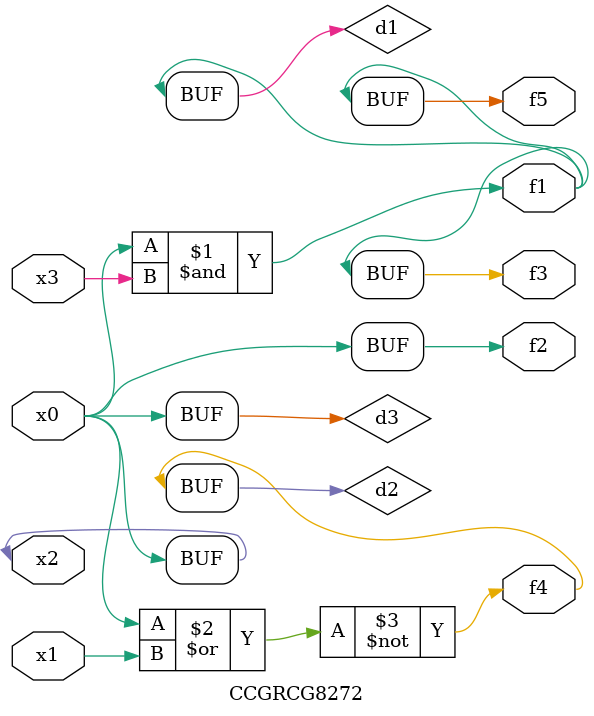
<source format=v>
module CCGRCG8272(
	input x0, x1, x2, x3,
	output f1, f2, f3, f4, f5
);

	wire d1, d2, d3;

	and (d1, x2, x3);
	nor (d2, x0, x1);
	buf (d3, x0, x2);
	assign f1 = d1;
	assign f2 = d3;
	assign f3 = d1;
	assign f4 = d2;
	assign f5 = d1;
endmodule

</source>
